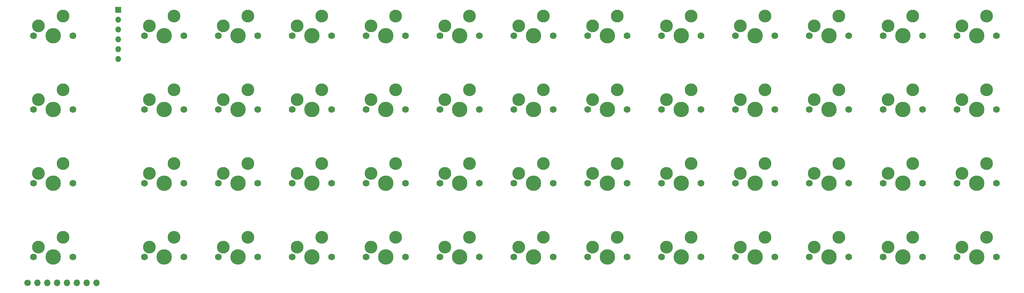
<source format=gbr>
%TF.GenerationSoftware,KiCad,Pcbnew,7.0.1-0*%
%TF.CreationDate,2023-08-02T22:09:24-05:00*%
%TF.ProjectId,pcb,7063622e-6b69-4636-9164-5f7063625858,rev?*%
%TF.SameCoordinates,Original*%
%TF.FileFunction,Soldermask,Top*%
%TF.FilePolarity,Negative*%
%FSLAX46Y46*%
G04 Gerber Fmt 4.6, Leading zero omitted, Abs format (unit mm)*
G04 Created by KiCad (PCBNEW 7.0.1-0) date 2023-08-02 22:09:24*
%MOMM*%
%LPD*%
G01*
G04 APERTURE LIST*
%ADD10C,1.750000*%
%ADD11C,3.987800*%
%ADD12C,3.300000*%
%ADD13O,1.700000X1.700000*%
%ADD14C,1.700000*%
%ADD15O,1.524000X1.524000*%
%ADD16R,1.524000X1.524000*%
G04 APERTURE END LIST*
D10*
%TO.C,MX42*%
X84851942Y-86915698D03*
D11*
X79771942Y-86915698D03*
D10*
X74691942Y-86915698D03*
D12*
X75961942Y-84375698D03*
X82311942Y-81835698D03*
%TD*%
D10*
%TO.C,MX9*%
X199152038Y-29765650D03*
D11*
X194072038Y-29765650D03*
D10*
X188992038Y-29765650D03*
D12*
X190262038Y-27225650D03*
X196612038Y-24685650D03*
%TD*%
D10*
%TO.C,MX3*%
X84851942Y-29765650D03*
D11*
X79771942Y-29765650D03*
D10*
X74691942Y-29765650D03*
D12*
X75961942Y-27225650D03*
X82311942Y-24685650D03*
%TD*%
D10*
%TO.C,MX41*%
X65801926Y-86915698D03*
D11*
X60721926Y-86915698D03*
D10*
X55641926Y-86915698D03*
D12*
X56911926Y-84375698D03*
X63261926Y-81835698D03*
%TD*%
D10*
%TO.C,MX25*%
X256302086Y-48815666D03*
D11*
X251222086Y-48815666D03*
D10*
X246142086Y-48815666D03*
D12*
X247412086Y-46275666D03*
X253762086Y-43735666D03*
%TD*%
D10*
%TO.C,MX22*%
X199152038Y-48815666D03*
D11*
X194072038Y-48815666D03*
D10*
X188992038Y-48815666D03*
D12*
X190262038Y-46275666D03*
X196612038Y-43735666D03*
%TD*%
D10*
%TO.C,MX49*%
X218202054Y-86915698D03*
D11*
X213122054Y-86915698D03*
D10*
X208042054Y-86915698D03*
D12*
X209312054Y-84375698D03*
X215662054Y-81835698D03*
%TD*%
D10*
%TO.C,MX10*%
X218202054Y-29765650D03*
D11*
X213122054Y-29765650D03*
D10*
X208042054Y-29765650D03*
D12*
X209312054Y-27225650D03*
X215662054Y-24685650D03*
%TD*%
D10*
%TO.C,MX19*%
X142001990Y-48815666D03*
D11*
X136921990Y-48815666D03*
D10*
X131841990Y-48815666D03*
D12*
X133111990Y-46275666D03*
X139461990Y-43735666D03*
%TD*%
D10*
%TO.C,MX21*%
X180102022Y-48815666D03*
D11*
X175022022Y-48815666D03*
D10*
X169942022Y-48815666D03*
D12*
X171212022Y-46275666D03*
X177562022Y-43735666D03*
%TD*%
D10*
%TO.C,MX16*%
X84851942Y-48815666D03*
D11*
X79771942Y-48815666D03*
D10*
X74691942Y-48815666D03*
D12*
X75961942Y-46275666D03*
X82311942Y-43735666D03*
%TD*%
D10*
%TO.C,MX32*%
X142001990Y-67865682D03*
D11*
X136921990Y-67865682D03*
D10*
X131841990Y-67865682D03*
D12*
X133111990Y-65325682D03*
X139461990Y-62785682D03*
%TD*%
D10*
%TO.C,MX8*%
X180102022Y-29765650D03*
D11*
X175022022Y-29765650D03*
D10*
X169942022Y-29765650D03*
D12*
X171212022Y-27225650D03*
X177562022Y-24685650D03*
%TD*%
D10*
%TO.C,MX33*%
X161052006Y-67865682D03*
D11*
X155972006Y-67865682D03*
D10*
X150892006Y-67865682D03*
D12*
X152162006Y-65325682D03*
X158512006Y-62785682D03*
%TD*%
D10*
%TO.C,MX37*%
X237252070Y-67865682D03*
D11*
X232172070Y-67865682D03*
D10*
X227092070Y-67865682D03*
D12*
X228362070Y-65325682D03*
X234712070Y-62785682D03*
%TD*%
D10*
%TO.C,MX34*%
X180102022Y-67865682D03*
D11*
X175022022Y-67865682D03*
D10*
X169942022Y-67865682D03*
D12*
X171212022Y-65325682D03*
X177562022Y-62785682D03*
%TD*%
D10*
%TO.C,MX28*%
X65801926Y-67865682D03*
D11*
X60721926Y-67865682D03*
D10*
X55641926Y-67865682D03*
D12*
X56911926Y-65325682D03*
X63261926Y-62785682D03*
%TD*%
D10*
%TO.C,MX47*%
X180102022Y-86915698D03*
D11*
X175022022Y-86915698D03*
D10*
X169942022Y-86915698D03*
D12*
X171212022Y-84375698D03*
X177562022Y-81835698D03*
%TD*%
D10*
%TO.C,MX45*%
X142001990Y-86915698D03*
D11*
X136921990Y-86915698D03*
D10*
X131841990Y-86915698D03*
D12*
X133111990Y-84375698D03*
X139461990Y-81835698D03*
%TD*%
D10*
%TO.C,MX4*%
X103901958Y-29765650D03*
D11*
X98821958Y-29765650D03*
D10*
X93741958Y-29765650D03*
D12*
X95011958Y-27225650D03*
X101361958Y-24685650D03*
%TD*%
D10*
%TO.C,MX29*%
X84851942Y-67865682D03*
D11*
X79771942Y-67865682D03*
D10*
X74691942Y-67865682D03*
D12*
X75961942Y-65325682D03*
X82311942Y-62785682D03*
%TD*%
D10*
%TO.C,MX7*%
X161052006Y-29765650D03*
D11*
X155972006Y-29765650D03*
D10*
X150892006Y-29765650D03*
D12*
X152162006Y-27225650D03*
X158512006Y-24685650D03*
%TD*%
D10*
%TO.C,MX18*%
X122951974Y-48815666D03*
D11*
X117871974Y-48815666D03*
D10*
X112791974Y-48815666D03*
D12*
X114061974Y-46275666D03*
X120411974Y-43735666D03*
%TD*%
D10*
%TO.C,MX39*%
X275352102Y-67865682D03*
D11*
X270272102Y-67865682D03*
D10*
X265192102Y-67865682D03*
D12*
X266462102Y-65325682D03*
X272812102Y-62785682D03*
%TD*%
D10*
%TO.C,MX24*%
X237252070Y-48815666D03*
D11*
X232172070Y-48815666D03*
D10*
X227092070Y-48815666D03*
D12*
X228362070Y-46275666D03*
X234712070Y-43735666D03*
%TD*%
D10*
%TO.C,MX43*%
X103901958Y-86915698D03*
D11*
X98821958Y-86915698D03*
D10*
X93741958Y-86915698D03*
D12*
X95011958Y-84375698D03*
X101361958Y-81835698D03*
%TD*%
D10*
%TO.C,MX13*%
X275352102Y-29765650D03*
D11*
X270272102Y-29765650D03*
D10*
X265192102Y-29765650D03*
D12*
X266462102Y-27225650D03*
X272812102Y-24685650D03*
%TD*%
D10*
%TO.C,MX6*%
X142001990Y-29765650D03*
D11*
X136921990Y-29765650D03*
D10*
X131841990Y-29765650D03*
D12*
X133111990Y-27225650D03*
X139461990Y-24685650D03*
%TD*%
D10*
%TO.C,MX36*%
X218202054Y-67865682D03*
D11*
X213122054Y-67865682D03*
D10*
X208042054Y-67865682D03*
D12*
X209312054Y-65325682D03*
X215662054Y-62785682D03*
%TD*%
D13*
%TO.C,J5*%
X43338780Y-93575000D03*
X40798780Y-93575000D03*
X38258780Y-93575000D03*
X35718780Y-93575000D03*
X33178780Y-93575000D03*
X30638780Y-93575000D03*
X28098780Y-93575000D03*
D14*
X25558780Y-93575000D03*
%TD*%
D10*
%TO.C,MX30*%
X103901958Y-67865682D03*
D11*
X98821958Y-67865682D03*
D10*
X93741958Y-67865682D03*
D12*
X95011958Y-65325682D03*
X101361958Y-62785682D03*
%TD*%
D10*
%TO.C,MX35*%
X199152038Y-67865682D03*
D11*
X194072038Y-67865682D03*
D10*
X188992038Y-67865682D03*
D12*
X190262038Y-65325682D03*
X196612038Y-62785682D03*
%TD*%
D10*
%TO.C,MX15*%
X65801926Y-48815666D03*
D11*
X60721926Y-48815666D03*
D10*
X55641926Y-48815666D03*
D12*
X56911926Y-46275666D03*
X63261926Y-43735666D03*
%TD*%
D10*
%TO.C,MX48*%
X199152038Y-86915698D03*
D11*
X194072038Y-86915698D03*
D10*
X188992038Y-86915698D03*
D12*
X190262038Y-84375698D03*
X196612038Y-81835698D03*
%TD*%
D10*
%TO.C,MX31*%
X122951974Y-67865682D03*
D11*
X117871974Y-67865682D03*
D10*
X112791974Y-67865682D03*
D12*
X114061974Y-65325682D03*
X120411974Y-62785682D03*
%TD*%
D10*
%TO.C,MX17*%
X103901958Y-48815666D03*
D11*
X98821958Y-48815666D03*
D10*
X93741958Y-48815666D03*
D12*
X95011958Y-46275666D03*
X101361958Y-43735666D03*
%TD*%
D10*
%TO.C,MX51*%
X256302086Y-86915698D03*
D11*
X251222086Y-86915698D03*
D10*
X246142086Y-86915698D03*
D12*
X247412086Y-84375698D03*
X253762086Y-81835698D03*
%TD*%
D10*
%TO.C,MX44*%
X122951974Y-86915698D03*
D11*
X117871974Y-86915698D03*
D10*
X112791974Y-86915698D03*
D12*
X114061974Y-84375698D03*
X120411974Y-81835698D03*
%TD*%
D10*
%TO.C,MX27*%
X37226902Y-67865682D03*
D11*
X32146902Y-67865682D03*
D10*
X27066902Y-67865682D03*
D12*
X28336902Y-65325682D03*
X34686902Y-62785682D03*
%TD*%
D10*
%TO.C,MX40*%
X37226902Y-86915698D03*
D11*
X32146902Y-86915698D03*
D10*
X27066902Y-86915698D03*
D12*
X28336902Y-84375698D03*
X34686902Y-81835698D03*
%TD*%
D10*
%TO.C,MX12*%
X256302086Y-29765650D03*
D11*
X251222086Y-29765650D03*
D10*
X246142086Y-29765650D03*
D12*
X247412086Y-27225650D03*
X253762086Y-24685650D03*
%TD*%
D10*
%TO.C,MX11*%
X237252070Y-29765650D03*
D11*
X232172070Y-29765650D03*
D10*
X227092070Y-29765650D03*
D12*
X228362070Y-27225650D03*
X234712070Y-24685650D03*
%TD*%
D10*
%TO.C,MX23*%
X218202054Y-48815666D03*
D11*
X213122054Y-48815666D03*
D10*
X208042054Y-48815666D03*
D12*
X209312054Y-46275666D03*
X215662054Y-43735666D03*
%TD*%
D10*
%TO.C,MX52*%
X275352102Y-86915698D03*
D11*
X270272102Y-86915698D03*
D10*
X265192102Y-86915698D03*
D12*
X266462102Y-84375698D03*
X272812102Y-81835698D03*
%TD*%
D10*
%TO.C,MX2*%
X65801926Y-29765650D03*
D11*
X60721926Y-29765650D03*
D10*
X55641926Y-29765650D03*
D12*
X56911926Y-27225650D03*
X63261926Y-24685650D03*
%TD*%
D10*
%TO.C,MX50*%
X237252070Y-86915698D03*
D11*
X232172070Y-86915698D03*
D10*
X227092070Y-86915698D03*
D12*
X228362070Y-84375698D03*
X234712070Y-81835698D03*
%TD*%
D10*
%TO.C,MX20*%
X161052006Y-48815666D03*
D11*
X155972006Y-48815666D03*
D10*
X150892006Y-48815666D03*
D12*
X152162006Y-46275666D03*
X158512006Y-43735666D03*
%TD*%
D10*
%TO.C,MX26*%
X275352102Y-48815666D03*
D11*
X270272102Y-48815666D03*
D10*
X265192102Y-48815666D03*
D12*
X266462102Y-46275666D03*
X272812102Y-43735666D03*
%TD*%
D10*
%TO.C,MX1*%
X37226902Y-29765650D03*
D11*
X32146902Y-29765650D03*
D10*
X27066902Y-29765650D03*
D12*
X28336902Y-27225650D03*
X34686902Y-24685650D03*
%TD*%
D15*
%TO.C,J2*%
X48900000Y-35800000D03*
X48900000Y-25640000D03*
X48900000Y-30720000D03*
X48900000Y-33260000D03*
X48900000Y-28180000D03*
D16*
X48900000Y-23100000D03*
%TD*%
D10*
%TO.C,MX38*%
X256302086Y-67865682D03*
D11*
X251222086Y-67865682D03*
D10*
X246142086Y-67865682D03*
D12*
X247412086Y-65325682D03*
X253762086Y-62785682D03*
%TD*%
D10*
%TO.C,MX5*%
X122951974Y-29765650D03*
D11*
X117871974Y-29765650D03*
D10*
X112791974Y-29765650D03*
D12*
X114061974Y-27225650D03*
X120411974Y-24685650D03*
%TD*%
D10*
%TO.C,MX46*%
X161052006Y-86915698D03*
D11*
X155972006Y-86915698D03*
D10*
X150892006Y-86915698D03*
D12*
X152162006Y-84375698D03*
X158512006Y-81835698D03*
%TD*%
D10*
%TO.C,MX14*%
X37226902Y-48815666D03*
D11*
X32146902Y-48815666D03*
D10*
X27066902Y-48815666D03*
D12*
X28336902Y-46275666D03*
X34686902Y-43735666D03*
%TD*%
M02*

</source>
